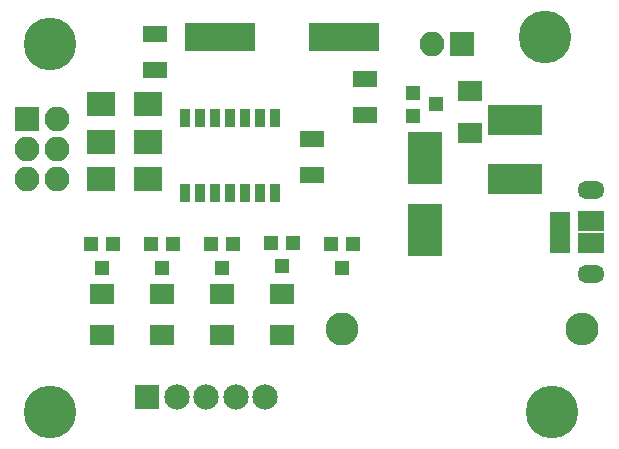
<source format=gbr>
G04 #@! TF.FileFunction,Soldermask,Top*
%FSLAX46Y46*%
G04 Gerber Fmt 4.6, Leading zero omitted, Abs format (unit mm)*
G04 Created by KiCad (PCBNEW 4.0.7-e2-6376~58~ubuntu16.04.1) date Thu May  2 01:35:01 2019*
%MOMM*%
%LPD*%
G01*
G04 APERTURE LIST*
%ADD10C,0.100000*%
%ADD11C,4.464000*%
%ADD12R,2.900000X4.400000*%
%ADD13R,0.908000X1.543000*%
%ADD14R,1.200000X1.300000*%
%ADD15R,2.100000X2.100000*%
%ADD16O,2.100000X2.100000*%
%ADD17R,2.000000X1.400000*%
%ADD18C,2.800000*%
%ADD19O,2.800000X2.800000*%
%ADD20R,1.300000X1.200000*%
%ADD21R,5.900000X2.400000*%
%ADD22R,2.100000X1.700000*%
%ADD23R,4.600000X2.600000*%
%ADD24O,2.300000X1.500000*%
%ADD25R,2.300000X1.800000*%
%ADD26R,1.780000X0.850000*%
%ADD27R,2.150000X2.150000*%
%ADD28C,2.150000*%
%ADD29R,2.400000X2.100000*%
G04 APERTURE END LIST*
D10*
D11*
X176530000Y-96615000D03*
X134620000Y-97250000D03*
X134620000Y-128365000D03*
D12*
X166370000Y-106900000D03*
X166370000Y-113000000D03*
D13*
X153670000Y-103473000D03*
X152400000Y-103473000D03*
X151130000Y-103473000D03*
X149860000Y-103473000D03*
X148590000Y-103473000D03*
X147320000Y-103473000D03*
X146050000Y-103473000D03*
X146050000Y-109823000D03*
X147320000Y-109823000D03*
X149860000Y-109823000D03*
X151130000Y-109823000D03*
X152400000Y-109823000D03*
X153670000Y-109823000D03*
X148590000Y-109823000D03*
D14*
X140015000Y-114157000D03*
X138115000Y-114157000D03*
X139065000Y-116157000D03*
X145095000Y-114157000D03*
X143195000Y-114157000D03*
X144145000Y-116157000D03*
X150175000Y-114157000D03*
X148275000Y-114157000D03*
X149225000Y-116157000D03*
X155255000Y-114030000D03*
X153355000Y-114030000D03*
X154305000Y-116030000D03*
X160335000Y-114157000D03*
X158435000Y-114157000D03*
X159385000Y-116157000D03*
D15*
X132715000Y-103600000D03*
D16*
X135255000Y-103600000D03*
X132715000Y-106140000D03*
X135255000Y-106140000D03*
X132715000Y-108680000D03*
X135255000Y-108680000D03*
D17*
X156845000Y-105275000D03*
X156845000Y-108275000D03*
X161290000Y-100195000D03*
X161290000Y-103195000D03*
X143510000Y-96385000D03*
X143510000Y-99385000D03*
D18*
X159385000Y-121380000D03*
D19*
X179705000Y-121380000D03*
D15*
X169545000Y-97250000D03*
D16*
X167005000Y-97250000D03*
D20*
X165370000Y-101380000D03*
X165370000Y-103280000D03*
X167370000Y-102330000D03*
D21*
X159555000Y-96615000D03*
X149055000Y-96615000D03*
D22*
X139065000Y-121860000D03*
X139065000Y-118360000D03*
X144145000Y-121860000D03*
X144145000Y-118360000D03*
X149225000Y-121860000D03*
X149225000Y-118360000D03*
X154305000Y-121860000D03*
X154305000Y-118360000D03*
D23*
X173990000Y-103640000D03*
X173990000Y-108640000D03*
D24*
X180470000Y-116705000D03*
D25*
X180470000Y-112175000D03*
D24*
X180470000Y-109565000D03*
D26*
X177800000Y-111835000D03*
X177800000Y-112485000D03*
X177800000Y-113135000D03*
X177800000Y-113785000D03*
X177800000Y-114445000D03*
D25*
X180470000Y-114085000D03*
D11*
X177165000Y-128365000D03*
D27*
X142875000Y-127095000D03*
D28*
X145375000Y-127095000D03*
X147875000Y-127095000D03*
X150375000Y-127095000D03*
X152875000Y-127095000D03*
D22*
X170180000Y-104715000D03*
X170180000Y-101215000D03*
D29*
X138970000Y-108680000D03*
X142970000Y-108680000D03*
X138970000Y-105505000D03*
X142970000Y-105505000D03*
X138970000Y-102330000D03*
X142970000Y-102330000D03*
M02*

</source>
